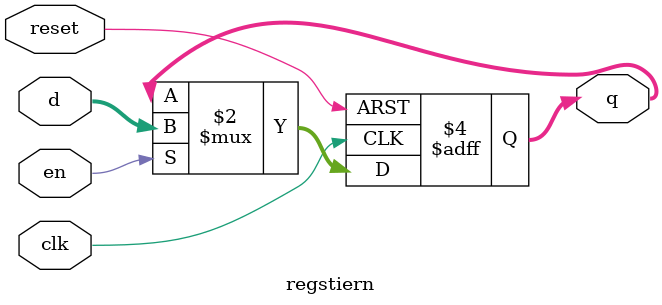
<source format=sv>
`timescale 1ns / 1ps

module regstiern(
        
    input logic clk,             
    input logic reset,  
    input logic en,           
    input logic [7:0] d,         
    output logic [7:0] q          
);

    always @(posedge clk or posedge reset) begin
        if (reset)
            q <= 8'b0;          
        else if (en)
            q <= d;             
    end

endmodule



</source>
